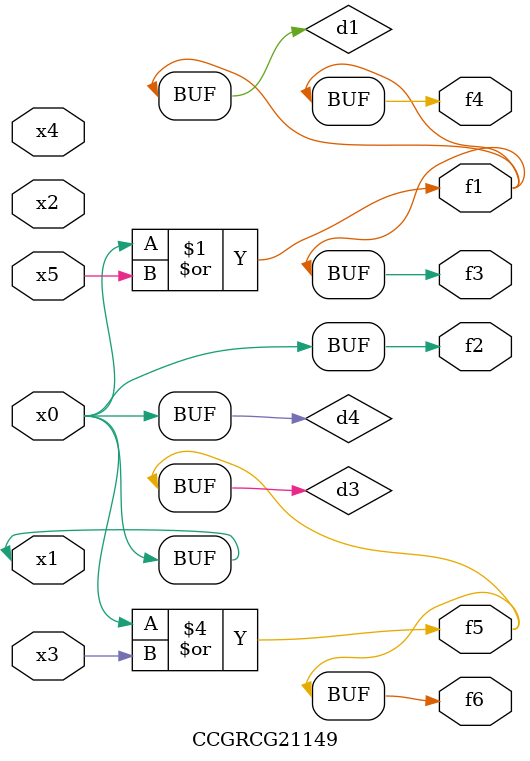
<source format=v>
module CCGRCG21149(
	input x0, x1, x2, x3, x4, x5,
	output f1, f2, f3, f4, f5, f6
);

	wire d1, d2, d3, d4;

	or (d1, x0, x5);
	xnor (d2, x1, x4);
	or (d3, x0, x3);
	buf (d4, x0, x1);
	assign f1 = d1;
	assign f2 = d4;
	assign f3 = d1;
	assign f4 = d1;
	assign f5 = d3;
	assign f6 = d3;
endmodule

</source>
